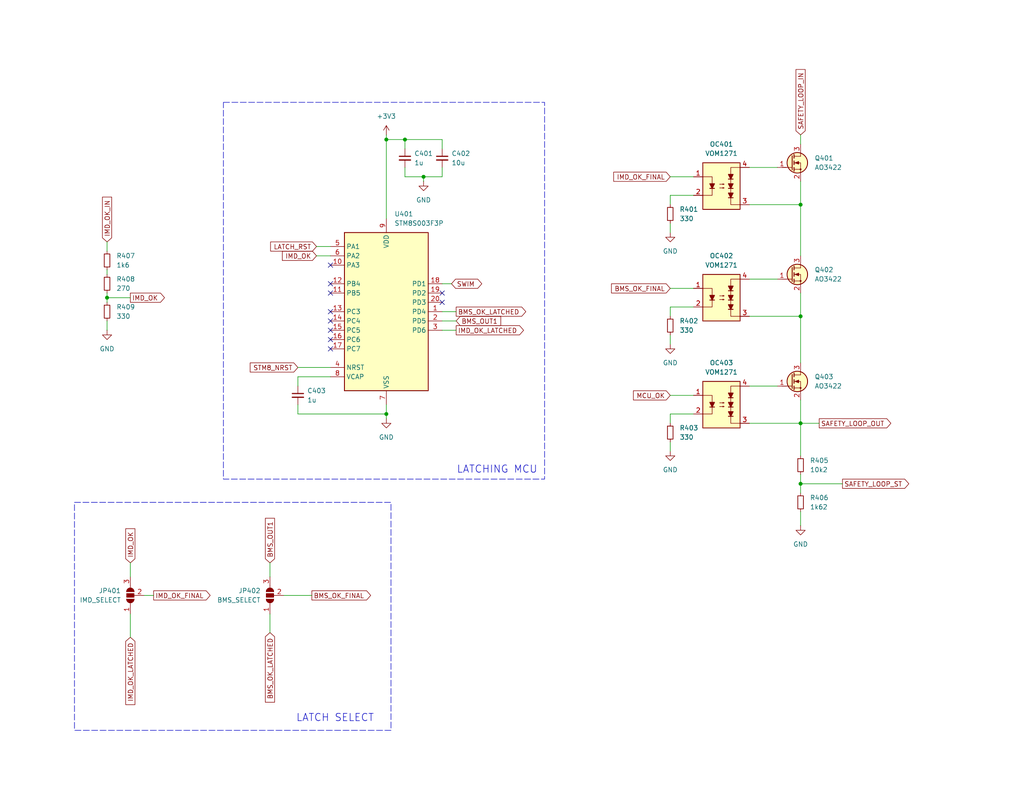
<source format=kicad_sch>
(kicad_sch (version 20231120) (generator "eeschema") (generator_version "8.0")
  (paper "USLetter")
  (title_block (title "Relay Control Board") (date "2024-07-01") (rev "PA") (company "UBC ThunderBikes") (comment 1 "Peter Woolsey"))
  (lib_symbols
    (symbol "Device:C_Small" (pin_numbers hide) (pin_names (offset 0.254) hide)
      (property "Reference" "C" (at 0.254 1.778 0))
      (property "Value" "C_Small" (at 0.254 -2.032 0))
      (symbol "C_Small_0_1"
        (polyline (pts (xy -1.524 -0.508) (xy 1.524 -0.508)) (stroke (width 0.3302)))
        (polyline (pts (xy -1.524 0.508) (xy 1.524 0.508)) (stroke (width 0.3048)))
      )
      (symbol "C_Small_1_1"
        (pin passive line (at 0 2.54 270) (length 2.032) (name "~") (number "1"))
        (pin passive line (at 0 -2.54 90) (length 2.032) (name "~") (number "2"))
      )
    )
    (symbol "Device:R_Small" (pin_numbers hide) (pin_names (offset 0.254) hide)
      (property "Reference" "R" (at 0.762 0.508 0))
      (property "Value" "R_Small" (at 0.762 -1.016 0))
      (symbol "R_Small_0_1"
        (rectangle (start -0.762 1.778) (end 0.762 -1.778) (stroke (width 0.2032)))
      )
      (symbol "R_Small_1_1"
        (pin passive line (at 0 2.54 270) (length 0.762) (name "~") (number "1"))
        (pin passive line (at 0 -2.54 90) (length 0.762) (name "~") (number "2"))
      )
    )
    (symbol "Jumper:SolderJumper_3_Open" (pin_names (offset 0) hide)
      (property "Reference" "JP" (at -2.54 -2.54 0))
      (property "Value" "SolderJumper_3_Open" (at 0 2.794 0))
      (symbol "SolderJumper_3_Open_0_1"
        (arc (start -1.016 1.016) (mid -2.0276 0) (end -1.016 -1.016))
        (arc (start -1.016 1.016) (mid -2.0276 0) (end -1.016 -1.016) (fill (type outline)))
        (rectangle (start -0.508 1.016) (end 0.508 -1.016) (fill (type outline)))
        (polyline (pts (xy -2.54 0) (xy -2.032 0)))
        (polyline (pts (xy -1.016 1.016) (xy -1.016 -1.016)))
        (polyline (pts (xy 0 -1.27) (xy 0 -1.016)))
        (polyline (pts (xy 1.016 1.016) (xy 1.016 -1.016)))
        (polyline (pts (xy 2.54 0) (xy 2.032 0)))
        (arc (start 1.016 -1.016) (mid 2.0276 0) (end 1.016 1.016))
        (arc (start 1.016 -1.016) (mid 2.0276 0) (end 1.016 1.016) (fill (type outline)))
      )
      (symbol "SolderJumper_3_Open_1_1"
        (pin passive line (at -5.08 0 0) (length 2.54) (name "A") (number "1"))
        (pin passive line (at 0 -3.81 90) (length 2.54) (name "C") (number "2"))
        (pin passive line (at 5.08 0 180) (length 2.54) (name "B") (number "3"))
      )
    )
    (symbol "MCU_ST_STM8:STM8S003F3P"
      (property "Reference" "U" (at 1.27 25.4 0))
      (property "Value" "STM8S003F3P" (at 1.27 22.86 0))
      (symbol "STM8S003F3P_0_1"
        (rectangle (start -11.43 21.59) (end 11.43 -21.59) (stroke (width 0.254)) (fill (type background)))
      )
      (symbol "STM8S003F3P_1_1"
        (pin bidirectional line (at 15.24 0 180) (length 3.81) (name "PD4") (number "1"))
        (pin bidirectional line (at -15.24 12.7 0) (length 3.81) (name "PA3") (number "10"))
        (pin bidirectional line (at -15.24 5.08 0) (length 3.81) (name "PB5") (number "11"))
        (pin bidirectional line (at -15.24 7.62 0) (length 3.81) (name "PB4") (number "12"))
        (pin bidirectional line (at -15.24 0 0) (length 3.81) (name "PC3") (number "13"))
        (pin bidirectional line (at -15.24 -2.54 0) (length 3.81) (name "PC4") (number "14"))
        (pin bidirectional line (at -15.24 -5.08 0) (length 3.81) (name "PC5") (number "15"))
        (pin bidirectional line (at -15.24 -7.62 0) (length 3.81) (name "PC6") (number "16"))
        (pin bidirectional line (at -15.24 -10.16 0) (length 3.81) (name "PC7") (number "17"))
        (pin bidirectional line (at 15.24 7.62 180) (length 3.81) (name "PD1") (number "18"))
        (pin bidirectional line (at 15.24 5.08 180) (length 3.81) (name "PD2") (number "19"))
        (pin bidirectional line (at 15.24 -2.54 180) (length 3.81) (name "PD5") (number "2"))
        (pin bidirectional line (at 15.24 2.54 180) (length 3.81) (name "PD3") (number "20"))
        (pin bidirectional line (at 15.24 -5.08 180) (length 3.81) (name "PD6") (number "3"))
        (pin input line (at -15.24 -15.24 0) (length 3.81) (name "NRST") (number "4"))
        (pin bidirectional line (at -15.24 17.78 0) (length 3.81) (name "PA1") (number "5"))
        (pin bidirectional line (at -15.24 15.24 0) (length 3.81) (name "PA2") (number "6"))
        (pin power_in line (at 0 -25.4 90) (length 3.81) (name "VSS") (number "7"))
        (pin passive line (at -15.24 -17.78 0) (length 3.81) (name "VCAP") (number "8"))
        (pin power_in line (at 0 25.4 270) (length 3.81) (name "VDD") (number "9"))
      )
    )
    (symbol "PCM_Optocoupler_Misc_AKL:VOM1271" (pin_names (offset 1.016))
      (property "Reference" "OC" (at -5.08 11.43 0))
      (property "Value" "VOM1271" (at -5.08 8.89 0))
      (symbol "VOM1271_0_0"
        (rectangle (start -5.08 6.35) (end 5.08 -6.35) (stroke (width 0.254)) (fill (type background)))
        (polyline (pts (xy 5.08 -5.08) (xy 2.54 -5.08) (xy 2.54 5.08) (xy 5.08 5.08)))
      )
      (symbol "VOM1271_0_1"
        (polyline (pts (xy -3.175 -0.635) (xy -1.905 -0.635)) (stroke (width 0.254)))
        (polyline (pts (xy -5.08 2.54) (xy -2.54 2.54) (xy -2.54 -0.635)))
        (polyline (pts (xy -2.54 -0.635) (xy -2.54 -2.54) (xy -5.08 -2.54)))
        (polyline (pts (xy -2.54 -0.635) (xy -3.175 0.635) (xy -1.905 0.635) (xy -2.54 -0.635)) (stroke (width 0.254)) (fill (type outline)))
        (polyline (pts (xy -0.508 -0.508) (xy 0.762 -0.508) (xy 0.381 -0.635) (xy 0.381 -0.381) (xy 0.762 -0.508)))
        (polyline (pts (xy -0.508 0.508) (xy 0.762 0.508) (xy 0.381 0.381) (xy 0.381 0.635) (xy 0.762 0.508)))
      )
      (symbol "VOM1271_1_1"
        (polyline (pts (xy 1.905 -3.175) (xy 3.175 -3.175)) (stroke (width 0.254)))
        (polyline (pts (xy 1.905 -0.635) (xy 3.175 -0.635)) (stroke (width 0.254)))
        (polyline (pts (xy 1.905 1.905) (xy 3.175 1.905)) (stroke (width 0.254)))
        (polyline (pts (xy 2.54 -3.175) (xy 1.905 -1.905) (xy 3.175 -1.905) (xy 2.54 -3.175)) (stroke (width 0.254)) (fill (type outline)))
        (polyline (pts (xy 2.54 -0.635) (xy 1.905 0.635) (xy 3.175 0.635) (xy 2.54 -0.635)) (stroke (width 0.254)) (fill (type outline)))
        (polyline (pts (xy 2.54 1.905) (xy 1.905 3.175) (xy 3.175 3.175) (xy 2.54 1.905)) (stroke (width 0.254)) (fill (type outline)))
        (pin passive line (at -7.62 2.54 0) (length 2.54) (name "~") (number "1"))
        (pin passive line (at -7.62 -2.54 0) (length 2.54) (name "~") (number "2"))
        (pin passive line (at 7.62 -5.08 180) (length 2.54) (name "~") (number "3"))
        (pin passive line (at 7.62 5.08 180) (length 2.54) (name "~") (number "4"))
      )
    )
    (symbol "PCM_Transistor_MOSFET_AKL:AO3422" (pin_names hide)
      (property "Reference" "Q" (at 5.08 1.27 0))
      (property "Value" "AO3422" (at 5.08 -1.27 0))
      (symbol "AO3422_0_1"
        (polyline (pts (xy 0.254 -1.27) (xy -2.54 -1.27)))
        (polyline (pts (xy 0.254 1.905) (xy 0.254 -1.905)) (stroke (width 0.254)))
        (polyline (pts (xy 0.762 -1.778) (xy 2.54 -1.778)))
        (polyline (pts (xy 0.762 -1.27) (xy 0.762 -2.286)) (stroke (width 0.254)))
        (polyline (pts (xy 0.762 0.508) (xy 0.762 -0.508)) (stroke (width 0.254)))
        (polyline (pts (xy 0.762 2.286) (xy 0.762 1.27)) (stroke (width 0.254)))
        (polyline (pts (xy 2.54 1.778) (xy 0.762 1.778)))
        (polyline (pts (xy 2.54 2.54) (xy 2.54 1.778)))
        (polyline (pts (xy 2.54 -2.54) (xy 2.54 0) (xy 0.762 0)))
        (polyline (pts (xy 1.016 0) (xy 2.032 0.381) (xy 2.032 -0.381) (xy 1.016 0)) (fill (type outline)))
        (circle (center 1.651 0) (radius 2.794) (stroke (width 0.254)) (fill (type background)))
        (circle (center 2.54 -1.778) (radius 0.1778) (fill (type outline)))
      )
      (symbol "AO3422_1_1"
        (pin input line (at -3.81 -1.27 0) (length 2.54) (name "G") (number "1"))
        (pin passive line (at 2.54 -5.08 90) (length 2.54) (name "S") (number "2"))
        (pin passive line (at 2.54 5.08 270) (length 2.54) (name "D") (number "3"))
      )
    )
    (symbol "power:+3V3" (power) (pin_numbers hide) (pin_names (offset 0) hide)
      (property "Value" "+3V3" (at 0 3.556 0))
      (symbol "+3V3_0_1"
        (polyline (pts (xy -0.762 1.27) (xy 0 2.54)))
        (polyline (pts (xy 0 0) (xy 0 2.54)))
        (polyline (pts (xy 0 2.54) (xy 0.762 1.27)))
      )
      (symbol "+3V3_1_1"
        (pin power_in line (at 0 0 90) (length 0) (name "~") (number "1"))
      )
    )
    (symbol "power:GND" (power) (pin_numbers hide) (pin_names (offset 0) hide)
      (property "Value" "GND" (at 0 -3.81 0))
      (symbol "GND_0_1"
        (polyline (pts (xy 0 0) (xy 0 -1.27) (xy 1.27 -1.27) (xy 0 -2.54) (xy -1.27 -1.27) (xy 0 -1.27)))
      )
      (symbol "GND_1_1"
        (pin power_in line (at 0 0 270) (length 0) (name "~") (number "1"))
      )
    )
  )
  (junction (at 105.41 113.03))
  (junction (at 110.49 38.1))
  (junction (at 218.44 132.08))
  (junction (at 105.41 38.1))
  (junction (at 115.57 48.26))
  (junction (at 218.44 55.88))
  (junction (at 218.44 86.36))
  (junction (at 218.44 115.57))
  (junction (at 29.21 81.28))
  (no_connect (at 120.65 80.01))
  (no_connect (at 90.17 85.09))
  (no_connect (at 90.17 95.25))
  (no_connect (at 90.17 90.17))
  (no_connect (at 90.17 72.39))
  (no_connect (at 90.17 77.47))
  (no_connect (at 90.17 92.71))
  (no_connect (at 90.17 80.01))
  (no_connect (at 120.65 82.55))
  (no_connect (at 90.17 87.63))
  (wire (pts (xy 218.44 132.08) (xy 229.87 132.08)))
  (wire (pts (xy 218.44 132.08) (xy 218.44 134.62)))
  (wire (pts (xy 29.21 80.01) (xy 29.21 81.28)))
  (wire (pts (xy 182.88 113.03) (xy 189.23 113.03)))
  (wire (pts (xy 86.36 69.85) (xy 90.17 69.85)))
  (wire (pts (xy 218.44 129.54) (xy 218.44 132.08)))
  (wire (pts (xy 182.88 63.5) (xy 182.88 60.96)))
  (wire (pts (xy 105.41 110.49) (xy 105.41 113.03)))
  (wire (pts (xy 182.88 93.98) (xy 182.88 91.44)))
  (wire (pts (xy 204.47 76.2) (xy 212.09 76.2)))
  (wire (pts (xy 182.88 83.82) (xy 189.23 83.82)))
  (wire (pts (xy 29.21 73.66) (xy 29.21 74.93)))
  (wire (pts (xy 81.28 113.03) (xy 105.41 113.03)))
  (wire (pts (xy 182.88 115.57) (xy 182.88 113.03)))
  (wire (pts (xy 110.49 45.72) (xy 110.49 48.26)))
  (wire (pts (xy 39.37 162.56) (xy 41.91 162.56)))
  (wire (pts (xy 105.41 114.3) (xy 105.41 113.03)))
  (wire (pts (xy 204.47 55.88) (xy 218.44 55.88)))
  (wire (pts (xy 105.41 38.1) (xy 110.49 38.1)))
  (wire (pts (xy 73.66 167.64) (xy 73.66 172.72)))
  (wire (pts (xy 120.65 77.47) (xy 123.19 77.47)))
  (wire (pts (xy 218.44 36.83) (xy 218.44 39.37)))
  (wire (pts (xy 115.57 48.26) (xy 120.65 48.26)))
  (wire (pts (xy 204.47 105.41) (xy 212.09 105.41)))
  (wire (pts (xy 110.49 48.26) (xy 115.57 48.26)))
  (wire (pts (xy 218.44 55.88) (xy 218.44 49.53)))
  (wire (pts (xy 35.56 153.67) (xy 35.56 157.48)))
  (wire (pts (xy 90.17 102.87) (xy 81.28 102.87)))
  (wire (pts (xy 182.88 86.36) (xy 182.88 83.82)))
  (wire (pts (xy 218.44 115.57) (xy 218.44 109.22)))
  (wire (pts (xy 204.47 45.72) (xy 212.09 45.72)))
  (wire (pts (xy 81.28 100.33) (xy 90.17 100.33)))
  (wire (pts (xy 120.65 38.1) (xy 120.65 40.64)))
  (wire (pts (xy 182.88 78.74) (xy 189.23 78.74)))
  (wire (pts (xy 29.21 87.63) (xy 29.21 90.17)))
  (wire (pts (xy 29.21 66.04) (xy 29.21 68.58)))
  (wire (pts (xy 105.41 38.1) (xy 105.41 59.69)))
  (wire (pts (xy 77.47 162.56) (xy 85.09 162.56)))
  (wire (pts (xy 124.46 90.17) (xy 120.65 90.17)))
  (wire (pts (xy 124.46 87.63) (xy 120.65 87.63)))
  (wire (pts (xy 218.44 55.88) (xy 218.44 69.85)))
  (wire (pts (xy 182.88 107.95) (xy 189.23 107.95)))
  (wire (pts (xy 29.21 81.28) (xy 35.56 81.28)))
  (wire (pts (xy 81.28 110.49) (xy 81.28 113.03)))
  (wire (pts (xy 182.88 123.19) (xy 182.88 120.65)))
  (wire (pts (xy 35.56 167.64) (xy 35.56 173.99)))
  (wire (pts (xy 105.41 36.83) (xy 105.41 38.1)))
  (wire (pts (xy 29.21 81.28) (xy 29.21 82.55)))
  (wire (pts (xy 182.88 48.26) (xy 189.23 48.26)))
  (wire (pts (xy 182.88 53.34) (xy 189.23 53.34)))
  (wire (pts (xy 81.28 102.87) (xy 81.28 105.41)))
  (wire (pts (xy 218.44 115.57) (xy 218.44 124.46)))
  (wire (pts (xy 110.49 38.1) (xy 110.49 40.64)))
  (wire (pts (xy 86.36 67.31) (xy 90.17 67.31)))
  (wire (pts (xy 218.44 139.7) (xy 218.44 143.51)))
  (wire (pts (xy 110.49 38.1) (xy 120.65 38.1)))
  (wire (pts (xy 218.44 86.36) (xy 218.44 80.01)))
  (wire (pts (xy 73.66 153.67) (xy 73.66 157.48)))
  (wire (pts (xy 204.47 115.57) (xy 218.44 115.57)))
  (wire (pts (xy 182.88 55.88) (xy 182.88 53.34)))
  (wire (pts (xy 204.47 86.36) (xy 218.44 86.36)))
  (wire (pts (xy 115.57 48.26) (xy 115.57 49.53)))
  (wire (pts (xy 218.44 115.57) (xy 223.52 115.57)))
  (wire (pts (xy 124.46 85.09) (xy 120.65 85.09)))
  (wire (pts (xy 120.65 45.72) (xy 120.65 48.26)))
  (wire (pts (xy 218.44 86.36) (xy 218.44 99.06)))
  (rectangle (start 20.32 137.16) (end 106.68 199.39) (stroke (width 0) (type dash)))
  (rectangle (start 60.96 27.94) (end 148.59 130.81) (stroke (width 0) (type dash)))
  (text "LATCHING MCU" (at 135.636 128.27 0) (effects (font (size 2 2))))
  (text "LATCH SELECT" (at 91.44 196.088 0) (effects (font (size 2 2))))
  (global_label "BMS_OK_FINAL" (shape output) (at 85.09 162.56 0) (property "Intersheetrefs" "${INTERSHEET_REFS}" (effects (hide yes))))
  (global_label "SAFETY_LOOP_IN" (shape input) (at 218.44 36.83 90) (property "Intersheetrefs" "${INTERSHEET_REFS}" (effects (hide yes))))
  (global_label "IMD_OK" (shape output) (at 35.56 81.28 0) (property "Intersheetrefs" "${INTERSHEET_REFS}" (effects (hide yes))))
  (global_label "IMD_OK" (shape input) (at 35.56 153.67 90) (property "Intersheetrefs" "${INTERSHEET_REFS}" (effects (hide yes))))
  (global_label "IMD_OK_LATCHED" (shape input) (at 35.56 173.99 270) (property "Intersheetrefs" "${INTERSHEET_REFS}" (effects (hide yes))))
  (global_label "IMD_OK_FINAL" (shape output) (at 41.91 162.56 0) (property "Intersheetrefs" "${INTERSHEET_REFS}" (effects (hide yes))))
  (global_label "IMD_OK_LATCHED" (shape output) (at 124.46 90.17 0) (property "Intersheetrefs" "${INTERSHEET_REFS}" (effects (hide yes))))
  (global_label "BMS_OK_LATCHED" (shape input) (at 73.66 172.72 270) (property "Intersheetrefs" "${INTERSHEET_REFS}" (effects (hide yes))))
  (global_label "BMS_OK_LATCHED" (shape output) (at 124.46 85.09 0) (property "Intersheetrefs" "${INTERSHEET_REFS}" (effects (hide yes))))
  (global_label "SAFETY_LOOP_ST" (shape output) (at 229.87 132.08 0) (property "Intersheetrefs" "${INTERSHEET_REFS}" (effects (hide yes))))
  (global_label "IMD_OK_FINAL" (shape input) (at 182.88 48.26 180) (property "Intersheetrefs" "${INTERSHEET_REFS}" (effects (hide yes))))
  (global_label "IMD_OK" (shape input) (at 86.36 69.85 180) (property "Intersheetrefs" "${INTERSHEET_REFS}" (effects (hide yes))))
  (global_label "IMD_OK_IN" (shape input) (at 29.21 66.04 90) (property "Intersheetrefs" "${INTERSHEET_REFS}" (effects (hide yes))))
  (global_label "BMS_OUT1" (shape input) (at 124.46 87.63 0) (property "Intersheetrefs" "${INTERSHEET_REFS}" (effects (hide yes))))
  (global_label "SWIM" (shape bidirectional) (at 123.19 77.47 0) (property "Intersheetrefs" "${INTERSHEET_REFS}" (effects (hide yes))))
  (global_label "STM8_NRST" (shape input) (at 81.28 100.33 180) (property "Intersheetrefs" "${INTERSHEET_REFS}" (effects (hide yes))))
  (global_label "BMS_OUT1" (shape input) (at 73.66 153.67 90) (property "Intersheetrefs" "${INTERSHEET_REFS}" (effects (hide yes))))
  (global_label "BMS_OK_FINAL" (shape input) (at 182.88 78.74 180) (property "Intersheetrefs" "${INTERSHEET_REFS}" (effects (hide yes))))
  (global_label "SAFETY_LOOP_OUT" (shape output) (at 223.52 115.57 0) (property "Intersheetrefs" "${INTERSHEET_REFS}" (effects (hide yes))))
  (global_label "LATCH_RST" (shape input) (at 86.36 67.31 180) (property "Intersheetrefs" "${INTERSHEET_REFS}" (effects (hide yes))))
  (global_label "MCU_OK" (shape input) (at 182.88 107.95 180) (property "Intersheetrefs" "${INTERSHEET_REFS}" (effects (hide yes))))
  (symbol (lib_id "Device:C_Small") (at 81.28 107.95 0) (unit 1)
    (property "Reference" "C403" (at 83.82 106.6862 0) (effects (justify left)))
    (property "Value" "1u" (at 83.82 109.2262 0) (effects (justify left)))
    (property "Footprint" "Capacitor_SMD:C_0603_1608Metric" (effects (hide yes)))
    (property "Description" "Unpolarized capacitor, small symbol" (effects (hide yes)))
    (property "LCSC" "C59302" (effects (hide yes)))
  )
  (symbol (lib_id "power:GND") (at 29.21 90.17 0) (unit 1)
    (property "Reference" "#PWR0404" (effects (hide yes)))
    (property "Value" "GND" (at 29.21 95.25 0))
    (property "Description" "Power symbol creates a global label with name \"GND\" , ground" (effects (hide yes)))
  )
  (symbol (lib_id "power:GND") (at 105.41 114.3 0) (unit 1)
    (property "Reference" "#PWR0401" (effects (hide yes)))
    (property "Value" "GND" (at 105.41 119.38 0))
    (property "Description" "Power symbol creates a global label with name \"GND\" , ground" (effects (hide yes)))
  )
  (symbol (lib_id "Device:R_Small") (at 29.21 85.09 0) (unit 1)
    (property "Reference" "R409" (at 31.75 83.8199 0) (effects (justify left)))
    (property "Value" "330" (at 31.75 86.3599 0) (effects (justify left)))
    (property "Footprint" "Resistor_SMD:R_0603_1608Metric" (effects (hide yes)))
    (property "Description" "Resistor, small symbol" (effects (hide yes)))
    (property "LCSC" "C105881" (effects (hide yes)))
  )
  (symbol (lib_id "Device:R_Small") (at 182.88 88.9 0) (unit 1)
    (property "Reference" "R402" (at 185.42 87.6299 0) (effects (justify left)))
    (property "Value" "330" (at 185.42 90.1699 0) (effects (justify left)))
    (property "Footprint" "Resistor_SMD:R_0603_1608Metric" (effects (hide yes)))
    (property "Description" "Resistor, small symbol" (effects (hide yes)))
    (property "LCSC" "C105881" (effects (hide yes)))
  )
  (symbol (lib_id "Device:R_Small") (at 218.44 127 0) (unit 1)
    (property "Reference" "R405" (at 220.98 125.7299 0) (effects (justify left)))
    (property "Value" "10k2" (at 220.98 128.2699 0) (effects (justify left)))
    (property "Footprint" "Resistor_SMD:R_0603_1608Metric" (effects (hide yes)))
    (property "Description" "Resistor, small symbol" (effects (hide yes)))
    (property "LCSC" "C22772" (effects (hide yes)))
  )
  (symbol (lib_id "PCM_Optocoupler_Misc_AKL:VOM1271") (at 196.85 50.8 0) (unit 1)
    (property "Reference" "OC401" (at 196.85 39.37 0))
    (property "Value" "VOM1271" (at 196.85 41.91 0))
    (property "Footprint" "VOM1271T:SOIC254P695X242-4N" (effects (hide yes)))
    (property "Datasheet" "https://www.tme.eu/Document/f46c008e1f9d220a0a86f6e430ee8512/VOM1271T.pdf" (effects (hide yes)))
    (property "Description" "SO-4 Optocoupler, Photovoltaic output, 4.5kV, 7.8V, Alternate KiCAD Library" (effects (hide yes)))
    (property "LCSC" "C146286" (effects (hide yes)))
  )
  (symbol (lib_id "PCM_Transistor_MOSFET_AKL:AO3422") (at 215.9 104.14 0) (unit 1)
    (property "Reference" "Q403" (at 222.25 102.8699 0) (effects (justify left)))
    (property "Value" "AO3422" (at 222.25 105.4099 0) (effects (justify left)))
    (property "Footprint" "Package_TO_SOT_SMD_AKL:SOT-23" (effects (hide yes)))
    (property "Datasheet" "https://www.tme.eu/Document/fb4b2a34ba141e1e6fd0c1504a1f9361/AO3422.pdf" (effects (hide yes)))
    (property "Description" "SOT-23 N-MOSFET enchancement mode transistor, 55V, 2.1A, 1.25W, Alternate KiCAD Library" (effects (hide yes)))
    (property "LCSC" "C37130" (effects (hide yes)))
  )
  (symbol (lib_id "Jumper:SolderJumper_3_Open") (at 73.66 162.56 90) (unit 1)
    (property "Reference" "JP402" (at 71.12 161.2899 90) (effects (justify left)))
    (property "Value" "BMS_SELECT" (at 71.12 163.8299 90) (effects (justify left)))
    (property "Footprint" "Jumper:SolderJumper-3_P1.3mm_Open_Pad1.0x1.5mm" (effects (hide yes)))
    (property "Description" "Solder Jumper, 3-pole, open" (effects (hide yes)))
  )
  (symbol (lib_id "Device:C_Small") (at 120.65 43.18 0) (unit 1)
    (property "Reference" "C402" (at 123.19 41.9162 0) (effects (justify left)))
    (property "Value" "10u" (at 123.19 44.4562 0) (effects (justify left)))
    (property "Footprint" "Capacitor_SMD:C_0603_1608Metric" (effects (hide yes)))
    (property "Description" "Unpolarized capacitor, small symbol" (effects (hide yes)))
    (property "LCSC" "C91606" (effects (hide yes)))
  )
  (symbol (lib_id "power:GND") (at 182.88 93.98 0) (unit 1)
    (property "Reference" "#PWR017" (effects (hide yes)))
    (property "Value" "GND" (at 182.88 99.06 0))
    (property "Description" "Power symbol creates a global label with name \"GND\" , ground" (effects (hide yes)))
  )
  (symbol (lib_id "Device:R_Small") (at 218.44 137.16 0) (unit 1)
    (property "Reference" "R406" (at 220.98 135.8899 0) (effects (justify left)))
    (property "Value" "1k62" (at 220.98 138.4299 0) (effects (justify left)))
    (property "Footprint" "Resistor_SMD:R_0603_1608Metric" (effects (hide yes)))
    (property "Description" "Resistor, small symbol" (effects (hide yes)))
    (property "LCSC" "C22844" (effects (hide yes)))
  )
  (symbol (lib_id "power:+3V3") (at 105.41 36.83 0) (unit 1)
    (property "Reference" "#PWR0402" (effects (hide yes)))
    (property "Value" "+3V3" (at 105.41 31.75 0))
    (property "Description" "Power symbol creates a global label with name \"+3V3\"" (effects (hide yes)))
  )
  (symbol (lib_id "Device:R_Small") (at 29.21 77.47 0) (unit 1)
    (property "Reference" "R408" (at 31.75 76.1999 0) (effects (justify left)))
    (property "Value" "270" (at 31.75 78.7399 0) (effects (justify left)))
    (property "Footprint" "Resistor_SMD:R_0603_1608Metric" (effects (hide yes)))
    (property "Description" "Resistor, small symbol" (effects (hide yes)))
    (property "LCSC" "C22966" (effects (hide yes)))
  )
  (symbol (lib_id "power:GND") (at 218.44 143.51 0) (unit 1)
    (property "Reference" "#PWR016" (effects (hide yes)))
    (property "Value" "GND" (at 218.44 148.59 0))
    (property "Description" "Power symbol creates a global label with name \"GND\" , ground" (effects (hide yes)))
  )
  (symbol (lib_id "Device:R_Small") (at 182.88 118.11 0) (unit 1)
    (property "Reference" "R403" (at 185.42 116.8399 0) (effects (justify left)))
    (property "Value" "330" (at 185.42 119.3799 0) (effects (justify left)))
    (property "Footprint" "Resistor_SMD:R_0603_1608Metric" (effects (hide yes)))
    (property "Description" "Resistor, small symbol" (effects (hide yes)))
    (property "LCSC" "C105881" (effects (hide yes)))
  )
  (symbol (lib_id "power:GND") (at 182.88 123.19 0) (unit 1)
    (property "Reference" "#PWR019" (effects (hide yes)))
    (property "Value" "GND" (at 182.88 128.27 0))
    (property "Description" "Power symbol creates a global label with name \"GND\" , ground" (effects (hide yes)))
  )
  (symbol (lib_id "PCM_Transistor_MOSFET_AKL:AO3422") (at 215.9 44.45 0) (unit 1)
    (property "Reference" "Q401" (at 222.25 43.1799 0) (effects (justify left)))
    (property "Value" "AO3422" (at 222.25 45.7199 0) (effects (justify left)))
    (property "Footprint" "Package_TO_SOT_SMD_AKL:SOT-23" (effects (hide yes)))
    (property "Datasheet" "https://www.tme.eu/Document/fb4b2a34ba141e1e6fd0c1504a1f9361/AO3422.pdf" (effects (hide yes)))
    (property "Description" "SOT-23 N-MOSFET enchancement mode transistor, 55V, 2.1A, 1.25W, Alternate KiCAD Library" (effects (hide yes)))
    (property "LCSC" "C37130" (effects (hide yes)))
  )
  (symbol (lib_id "power:GND") (at 115.57 49.53 0) (unit 1)
    (property "Reference" "#PWR0403" (effects (hide yes)))
    (property "Value" "GND" (at 115.57 54.61 0))
    (property "Description" "Power symbol creates a global label with name \"GND\" , ground" (effects (hide yes)))
  )
  (symbol (lib_id "Device:C_Small") (at 110.49 43.18 0) (unit 1)
    (property "Reference" "C401" (at 113.03 41.9162 0) (effects (justify left)))
    (property "Value" "1u" (at 113.03 44.4562 0) (effects (justify left)))
    (property "Footprint" "Capacitor_SMD:C_0603_1608Metric" (effects (hide yes)))
    (property "Description" "Unpolarized capacitor, small symbol" (effects (hide yes)))
    (property "LCSC" "C59302" (effects (hide yes)))
  )
  (symbol (lib_id "Device:R_Small") (at 182.88 58.42 0) (unit 1)
    (property "Reference" "R401" (at 185.42 57.1499 0) (effects (justify left)))
    (property "Value" "330" (at 185.42 59.6899 0) (effects (justify left)))
    (property "Footprint" "Resistor_SMD:R_0603_1608Metric" (effects (hide yes)))
    (property "Description" "Resistor, small symbol" (effects (hide yes)))
    (property "LCSC" "C105881" (effects (hide yes)))
  )
  (symbol (lib_id "PCM_Optocoupler_Misc_AKL:VOM1271") (at 196.85 81.28 0) (unit 1)
    (property "Reference" "OC402" (at 196.85 69.85 0))
    (property "Value" "VOM1271" (at 196.85 72.39 0))
    (property "Footprint" "VOM1271T:SOIC254P695X242-4N" (effects (hide yes)))
    (property "Datasheet" "https://www.tme.eu/Document/f46c008e1f9d220a0a86f6e430ee8512/VOM1271T.pdf" (effects (hide yes)))
    (property "Description" "SO-4 Optocoupler, Photovoltaic output, 4.5kV, 7.8V, Alternate KiCAD Library" (effects (hide yes)))
    (property "LCSC" "C146286" (effects (hide yes)))
  )
  (symbol (lib_id "PCM_Optocoupler_Misc_AKL:VOM1271") (at 196.85 110.49 0) (unit 1)
    (property "Reference" "OC403" (at 196.85 99.06 0))
    (property "Value" "VOM1271" (at 196.85 101.6 0))
    (property "Footprint" "VOM1271T:SOIC254P695X242-4N" (effects (hide yes)))
    (property "Datasheet" "https://www.tme.eu/Document/f46c008e1f9d220a0a86f6e430ee8512/VOM1271T.pdf" (effects (hide yes)))
    (property "Description" "SO-4 Optocoupler, Photovoltaic output, 4.5kV, 7.8V, Alternate KiCAD Library" (effects (hide yes)))
    (property "LCSC" "C146286" (effects (hide yes)))
  )
  (symbol (lib_id "MCU_ST_STM8:STM8S003F3P") (at 105.41 85.09 0) (unit 1)
    (property "Reference" "U401" (at 107.6041 58.42 0) (effects (justify left)))
    (property "Value" "STM8S003F3P" (at 107.6041 60.96 0) (effects (justify left)))
    (property "Footprint" "Package_SO:TSSOP-20_4.4x6.5mm_P0.65mm" (effects (hide yes)))
    (property "Datasheet" "http://www.st.com/st-web-ui/static/active/en/resource/technical/document/datasheet/DM00024550.pdf" (effects (hide yes)))
    (property "Description" "16MHz, 8K Flash, 1K RAM, 128 EEPROM, USART, I²C, SPI, TSSOP-20" (effects (hide yes)))
    (property "LCSC" "C52717" (effects (hide yes)))
  )
  (symbol (lib_id "Device:R_Small") (at 29.21 71.12 0) (unit 1)
    (property "Reference" "R407" (at 31.75 69.8499 0) (effects (justify left)))
    (property "Value" "1k6" (at 31.75 72.3899 0) (effects (justify left)))
    (property "Footprint" "Resistor_SMD:R_0603_1608Metric" (effects (hide yes)))
    (property "Description" "Resistor, small symbol" (effects (hide yes)))
    (property "LCSC" "C22847" (effects (hide yes)))
  )
  (symbol (lib_id "PCM_Transistor_MOSFET_AKL:AO3422") (at 215.9 74.93 0) (unit 1)
    (property "Reference" "Q402" (at 222.25 73.6599 0) (effects (justify left)))
    (property "Value" "AO3422" (at 222.25 76.1999 0) (effects (justify left)))
    (property "Footprint" "Package_TO_SOT_SMD_AKL:SOT-23" (effects (hide yes)))
    (property "Datasheet" "https://www.tme.eu/Document/fb4b2a34ba141e1e6fd0c1504a1f9361/AO3422.pdf" (effects (hide yes)))
    (property "Description" "SOT-23 N-MOSFET enchancement mode transistor, 55V, 2.1A, 1.25W, Alternate KiCAD Library" (effects (hide yes)))
    (property "LCSC" "C37130" (effects (hide yes)))
  )
  (symbol (lib_id "power:GND") (at 182.88 63.5 0) (unit 1)
    (property "Reference" "#PWR015" (effects (hide yes)))
    (property "Value" "GND" (at 182.88 68.58 0))
    (property "Description" "Power symbol creates a global label with name \"GND\" , ground" (effects (hide yes)))
  )
  (symbol (lib_id "Jumper:SolderJumper_3_Open") (at 35.56 162.56 90) (unit 1)
    (property "Reference" "JP401" (at 33.02 161.2899 90) (effects (justify left)))
    (property "Value" "IMD_SELECT" (at 33.02 163.8299 90) (effects (justify left)))
    (property "Footprint" "Jumper:SolderJumper-3_P1.3mm_Open_Pad1.0x1.5mm" (effects (hide yes)))
    (property "Description" "Solder Jumper, 3-pole, open" (effects (hide yes)))
  )
)
</source>
